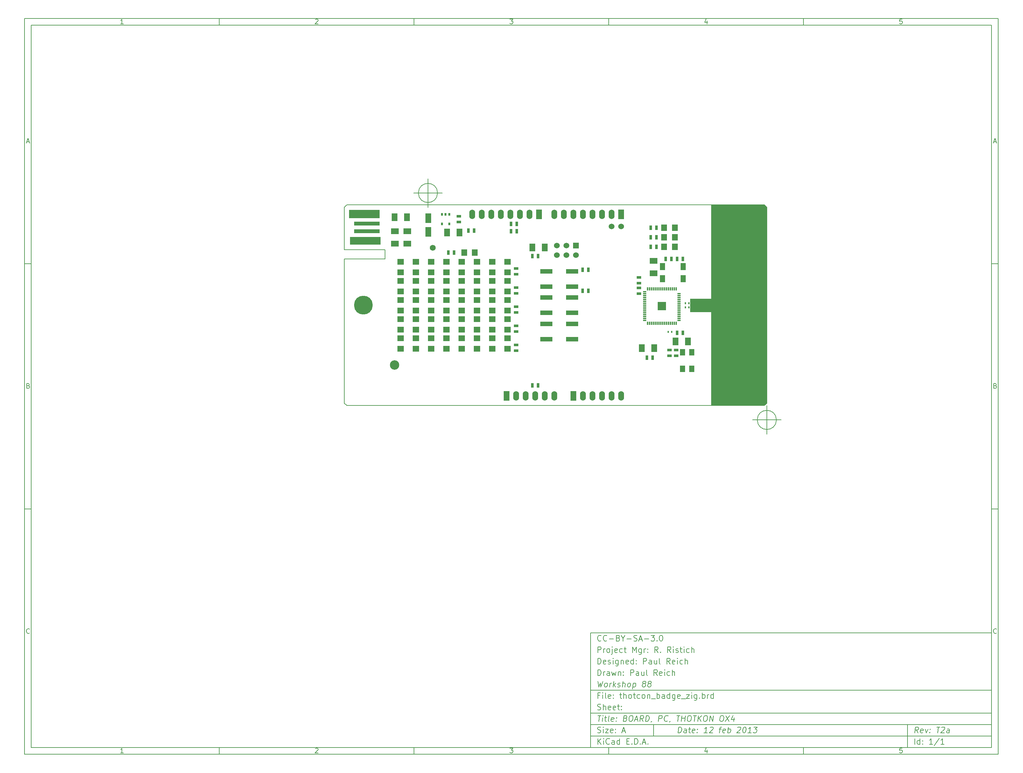
<source format=gts>
G04 (created by PCBNEW (2012-11-15 BZR 3804)-stable) date Tue 12 Feb 2013 01:01:19 CST*
%MOIN*%
G04 Gerber Fmt 3.4, Leading zero omitted, Abs format*
%FSLAX34Y34*%
G01*
G70*
G90*
G04 APERTURE LIST*
%ADD10C,0.006*%
%ADD11C,0.00590551*%
%ADD12R,0.063X0.1024*%
%ADD13R,0.0629X0.0709*%
%ADD14R,0.0157X0.0374*%
%ADD15R,0.0374X0.0157*%
%ADD16R,0.0157X0.036*%
%ADD17R,0.091X0.091*%
%ADD18C,0.1969*%
%ADD19C,0.06*%
%ADD20C,0.062*%
%ADD21R,0.06X0.1*%
%ADD22O,0.06X0.1*%
%ADD23R,0.13X0.05*%
%ADD24R,0.0551X0.0709*%
%ADD25R,0.052X0.075*%
%ADD26R,0.02X0.03*%
%ADD27R,0.06X0.08*%
%ADD28R,0.08X0.06*%
%ADD29R,0.045X0.025*%
%ADD30R,0.025X0.045*%
%ADD31R,0.0157X0.0236*%
%ADD32R,0.06X0.06*%
%ADD33R,0.0709X0.0629*%
%ADD34R,0.32X0.09*%
%ADD35R,0.27X0.04*%
%ADD36R,0.32X0.08*%
%ADD37C,0.0985*%
%ADD38C,0.002*%
G04 APERTURE END LIST*
G54D10*
X-38750Y36250D02*
X63250Y36250D01*
X63250Y-40750D01*
X-38750Y-40750D01*
X-38750Y36250D01*
X-38050Y35550D02*
X62550Y35550D01*
X62550Y-40050D01*
X-38050Y-40050D01*
X-38050Y35550D01*
X-18350Y36250D02*
X-18350Y35550D01*
X-28407Y35697D02*
X-28692Y35697D01*
X-28550Y35697D02*
X-28550Y36197D01*
X-28597Y36126D01*
X-28645Y36078D01*
X-28692Y36054D01*
X-18350Y-40750D02*
X-18350Y-40050D01*
X-28407Y-40602D02*
X-28692Y-40602D01*
X-28550Y-40602D02*
X-28550Y-40102D01*
X-28597Y-40173D01*
X-28645Y-40221D01*
X-28692Y-40245D01*
X2050Y36250D02*
X2050Y35550D01*
X-8292Y36150D02*
X-8269Y36173D01*
X-8221Y36197D01*
X-8102Y36197D01*
X-8054Y36173D01*
X-8030Y36150D01*
X-8007Y36102D01*
X-8007Y36054D01*
X-8030Y35983D01*
X-8316Y35697D01*
X-8007Y35697D01*
X2050Y-40750D02*
X2050Y-40050D01*
X-8292Y-40150D02*
X-8269Y-40126D01*
X-8221Y-40102D01*
X-8102Y-40102D01*
X-8054Y-40126D01*
X-8030Y-40150D01*
X-8007Y-40197D01*
X-8007Y-40245D01*
X-8030Y-40316D01*
X-8316Y-40602D01*
X-8007Y-40602D01*
X22450Y36250D02*
X22450Y35550D01*
X12083Y36197D02*
X12392Y36197D01*
X12226Y36007D01*
X12297Y36007D01*
X12345Y35983D01*
X12369Y35959D01*
X12392Y35911D01*
X12392Y35792D01*
X12369Y35745D01*
X12345Y35721D01*
X12297Y35697D01*
X12154Y35697D01*
X12107Y35721D01*
X12083Y35745D01*
X22450Y-40750D02*
X22450Y-40050D01*
X12083Y-40102D02*
X12392Y-40102D01*
X12226Y-40292D01*
X12297Y-40292D01*
X12345Y-40316D01*
X12369Y-40340D01*
X12392Y-40388D01*
X12392Y-40507D01*
X12369Y-40554D01*
X12345Y-40578D01*
X12297Y-40602D01*
X12154Y-40602D01*
X12107Y-40578D01*
X12083Y-40554D01*
X42850Y36250D02*
X42850Y35550D01*
X32745Y36030D02*
X32745Y35697D01*
X32626Y36221D02*
X32507Y35864D01*
X32816Y35864D01*
X42850Y-40750D02*
X42850Y-40050D01*
X32745Y-40269D02*
X32745Y-40602D01*
X32626Y-40078D02*
X32507Y-40435D01*
X32816Y-40435D01*
X53169Y36197D02*
X52930Y36197D01*
X52907Y35959D01*
X52930Y35983D01*
X52978Y36007D01*
X53097Y36007D01*
X53145Y35983D01*
X53169Y35959D01*
X53192Y35911D01*
X53192Y35792D01*
X53169Y35745D01*
X53145Y35721D01*
X53097Y35697D01*
X52978Y35697D01*
X52930Y35721D01*
X52907Y35745D01*
X53169Y-40102D02*
X52930Y-40102D01*
X52907Y-40340D01*
X52930Y-40316D01*
X52978Y-40292D01*
X53097Y-40292D01*
X53145Y-40316D01*
X53169Y-40340D01*
X53192Y-40388D01*
X53192Y-40507D01*
X53169Y-40554D01*
X53145Y-40578D01*
X53097Y-40602D01*
X52978Y-40602D01*
X52930Y-40578D01*
X52907Y-40554D01*
X-38750Y10590D02*
X-38050Y10590D01*
X-38519Y23360D02*
X-38280Y23360D01*
X-38566Y23217D02*
X-38399Y23717D01*
X-38233Y23217D01*
X63250Y10590D02*
X62550Y10590D01*
X62780Y23360D02*
X63019Y23360D01*
X62733Y23217D02*
X62900Y23717D01*
X63066Y23217D01*
X-38750Y-15070D02*
X-38050Y-15070D01*
X-38364Y-2180D02*
X-38292Y-2204D01*
X-38269Y-2228D01*
X-38245Y-2275D01*
X-38245Y-2347D01*
X-38269Y-2394D01*
X-38292Y-2418D01*
X-38340Y-2442D01*
X-38530Y-2442D01*
X-38530Y-1942D01*
X-38364Y-1942D01*
X-38316Y-1966D01*
X-38292Y-1990D01*
X-38269Y-2037D01*
X-38269Y-2085D01*
X-38292Y-2132D01*
X-38316Y-2156D01*
X-38364Y-2180D01*
X-38530Y-2180D01*
X63250Y-15070D02*
X62550Y-15070D01*
X62935Y-2180D02*
X63007Y-2204D01*
X63030Y-2228D01*
X63054Y-2275D01*
X63054Y-2347D01*
X63030Y-2394D01*
X63007Y-2418D01*
X62959Y-2442D01*
X62769Y-2442D01*
X62769Y-1942D01*
X62935Y-1942D01*
X62983Y-1966D01*
X63007Y-1990D01*
X63030Y-2037D01*
X63030Y-2085D01*
X63007Y-2132D01*
X62983Y-2156D01*
X62935Y-2180D01*
X62769Y-2180D01*
X-38245Y-28054D02*
X-38269Y-28078D01*
X-38340Y-28102D01*
X-38388Y-28102D01*
X-38459Y-28078D01*
X-38507Y-28030D01*
X-38530Y-27983D01*
X-38554Y-27888D01*
X-38554Y-27816D01*
X-38530Y-27721D01*
X-38507Y-27673D01*
X-38459Y-27626D01*
X-38388Y-27602D01*
X-38340Y-27602D01*
X-38269Y-27626D01*
X-38245Y-27650D01*
X63054Y-28054D02*
X63030Y-28078D01*
X62959Y-28102D01*
X62911Y-28102D01*
X62840Y-28078D01*
X62792Y-28030D01*
X62769Y-27983D01*
X62745Y-27888D01*
X62745Y-27816D01*
X62769Y-27721D01*
X62792Y-27673D01*
X62840Y-27626D01*
X62911Y-27602D01*
X62959Y-27602D01*
X63030Y-27626D01*
X63054Y-27650D01*
X29700Y-38492D02*
X29775Y-37892D01*
X29917Y-37892D01*
X30000Y-37921D01*
X30050Y-37978D01*
X30071Y-38035D01*
X30085Y-38150D01*
X30075Y-38235D01*
X30032Y-38350D01*
X29996Y-38407D01*
X29932Y-38464D01*
X29842Y-38492D01*
X29700Y-38492D01*
X30557Y-38492D02*
X30596Y-38178D01*
X30575Y-38121D01*
X30521Y-38092D01*
X30407Y-38092D01*
X30346Y-38121D01*
X30560Y-38464D02*
X30500Y-38492D01*
X30357Y-38492D01*
X30303Y-38464D01*
X30282Y-38407D01*
X30289Y-38350D01*
X30325Y-38292D01*
X30385Y-38264D01*
X30528Y-38264D01*
X30589Y-38235D01*
X30807Y-38092D02*
X31035Y-38092D01*
X30917Y-37892D02*
X30853Y-38407D01*
X30875Y-38464D01*
X30928Y-38492D01*
X30985Y-38492D01*
X31417Y-38464D02*
X31357Y-38492D01*
X31242Y-38492D01*
X31189Y-38464D01*
X31167Y-38407D01*
X31196Y-38178D01*
X31232Y-38121D01*
X31292Y-38092D01*
X31407Y-38092D01*
X31460Y-38121D01*
X31482Y-38178D01*
X31475Y-38235D01*
X31182Y-38292D01*
X31707Y-38435D02*
X31732Y-38464D01*
X31700Y-38492D01*
X31675Y-38464D01*
X31707Y-38435D01*
X31700Y-38492D01*
X31746Y-38121D02*
X31771Y-38150D01*
X31739Y-38178D01*
X31714Y-38150D01*
X31746Y-38121D01*
X31739Y-38178D01*
X32757Y-38492D02*
X32414Y-38492D01*
X32585Y-38492D02*
X32660Y-37892D01*
X32592Y-37978D01*
X32528Y-38035D01*
X32467Y-38064D01*
X33053Y-37950D02*
X33085Y-37921D01*
X33146Y-37892D01*
X33289Y-37892D01*
X33342Y-37921D01*
X33367Y-37950D01*
X33389Y-38007D01*
X33382Y-38064D01*
X33342Y-38150D01*
X32957Y-38492D01*
X33328Y-38492D01*
X34007Y-38092D02*
X34235Y-38092D01*
X34042Y-38492D02*
X34107Y-37978D01*
X34142Y-37921D01*
X34203Y-37892D01*
X34260Y-37892D01*
X34617Y-38464D02*
X34557Y-38492D01*
X34442Y-38492D01*
X34389Y-38464D01*
X34367Y-38407D01*
X34396Y-38178D01*
X34432Y-38121D01*
X34492Y-38092D01*
X34607Y-38092D01*
X34660Y-38121D01*
X34682Y-38178D01*
X34675Y-38235D01*
X34382Y-38292D01*
X34900Y-38492D02*
X34975Y-37892D01*
X34946Y-38121D02*
X35007Y-38092D01*
X35121Y-38092D01*
X35175Y-38121D01*
X35200Y-38150D01*
X35221Y-38207D01*
X35200Y-38378D01*
X35164Y-38435D01*
X35132Y-38464D01*
X35071Y-38492D01*
X34957Y-38492D01*
X34903Y-38464D01*
X35939Y-37950D02*
X35971Y-37921D01*
X36032Y-37892D01*
X36175Y-37892D01*
X36228Y-37921D01*
X36253Y-37950D01*
X36275Y-38007D01*
X36267Y-38064D01*
X36228Y-38150D01*
X35842Y-38492D01*
X36214Y-38492D01*
X36660Y-37892D02*
X36717Y-37892D01*
X36771Y-37921D01*
X36796Y-37950D01*
X36817Y-38007D01*
X36832Y-38121D01*
X36814Y-38264D01*
X36771Y-38378D01*
X36735Y-38435D01*
X36703Y-38464D01*
X36642Y-38492D01*
X36585Y-38492D01*
X36532Y-38464D01*
X36507Y-38435D01*
X36485Y-38378D01*
X36471Y-38264D01*
X36489Y-38121D01*
X36532Y-38007D01*
X36567Y-37950D01*
X36600Y-37921D01*
X36660Y-37892D01*
X37357Y-38492D02*
X37014Y-38492D01*
X37185Y-38492D02*
X37260Y-37892D01*
X37192Y-37978D01*
X37128Y-38035D01*
X37067Y-38064D01*
X37632Y-37892D02*
X38003Y-37892D01*
X37775Y-38121D01*
X37860Y-38121D01*
X37914Y-38150D01*
X37939Y-38178D01*
X37960Y-38235D01*
X37942Y-38378D01*
X37907Y-38435D01*
X37875Y-38464D01*
X37814Y-38492D01*
X37642Y-38492D01*
X37589Y-38464D01*
X37564Y-38435D01*
X21292Y-39692D02*
X21292Y-39092D01*
X21635Y-39692D02*
X21378Y-39350D01*
X21635Y-39092D02*
X21292Y-39435D01*
X21892Y-39692D02*
X21892Y-39292D01*
X21892Y-39092D02*
X21864Y-39121D01*
X21892Y-39150D01*
X21921Y-39121D01*
X21892Y-39092D01*
X21892Y-39150D01*
X22521Y-39635D02*
X22492Y-39664D01*
X22407Y-39692D01*
X22350Y-39692D01*
X22264Y-39664D01*
X22207Y-39607D01*
X22178Y-39550D01*
X22150Y-39435D01*
X22150Y-39350D01*
X22178Y-39235D01*
X22207Y-39178D01*
X22264Y-39121D01*
X22350Y-39092D01*
X22407Y-39092D01*
X22492Y-39121D01*
X22521Y-39150D01*
X23035Y-39692D02*
X23035Y-39378D01*
X23007Y-39321D01*
X22950Y-39292D01*
X22835Y-39292D01*
X22778Y-39321D01*
X23035Y-39664D02*
X22978Y-39692D01*
X22835Y-39692D01*
X22778Y-39664D01*
X22750Y-39607D01*
X22750Y-39550D01*
X22778Y-39492D01*
X22835Y-39464D01*
X22978Y-39464D01*
X23035Y-39435D01*
X23578Y-39692D02*
X23578Y-39092D01*
X23578Y-39664D02*
X23521Y-39692D01*
X23407Y-39692D01*
X23350Y-39664D01*
X23321Y-39635D01*
X23292Y-39578D01*
X23292Y-39407D01*
X23321Y-39350D01*
X23350Y-39321D01*
X23407Y-39292D01*
X23521Y-39292D01*
X23578Y-39321D01*
X24321Y-39378D02*
X24521Y-39378D01*
X24607Y-39692D02*
X24321Y-39692D01*
X24321Y-39092D01*
X24607Y-39092D01*
X24864Y-39635D02*
X24892Y-39664D01*
X24864Y-39692D01*
X24835Y-39664D01*
X24864Y-39635D01*
X24864Y-39692D01*
X25149Y-39692D02*
X25149Y-39092D01*
X25292Y-39092D01*
X25378Y-39121D01*
X25435Y-39178D01*
X25464Y-39235D01*
X25492Y-39350D01*
X25492Y-39435D01*
X25464Y-39550D01*
X25435Y-39607D01*
X25378Y-39664D01*
X25292Y-39692D01*
X25149Y-39692D01*
X25749Y-39635D02*
X25778Y-39664D01*
X25749Y-39692D01*
X25721Y-39664D01*
X25749Y-39635D01*
X25749Y-39692D01*
X26007Y-39521D02*
X26292Y-39521D01*
X25949Y-39692D02*
X26149Y-39092D01*
X26349Y-39692D01*
X26549Y-39635D02*
X26578Y-39664D01*
X26549Y-39692D01*
X26521Y-39664D01*
X26549Y-39635D01*
X26549Y-39692D01*
X54842Y-38492D02*
X54678Y-38207D01*
X54500Y-38492D02*
X54575Y-37892D01*
X54803Y-37892D01*
X54857Y-37921D01*
X54882Y-37950D01*
X54903Y-38007D01*
X54892Y-38092D01*
X54857Y-38150D01*
X54825Y-38178D01*
X54764Y-38207D01*
X54535Y-38207D01*
X55332Y-38464D02*
X55271Y-38492D01*
X55157Y-38492D01*
X55103Y-38464D01*
X55082Y-38407D01*
X55110Y-38178D01*
X55146Y-38121D01*
X55207Y-38092D01*
X55321Y-38092D01*
X55375Y-38121D01*
X55396Y-38178D01*
X55389Y-38235D01*
X55096Y-38292D01*
X55607Y-38092D02*
X55700Y-38492D01*
X55892Y-38092D01*
X56078Y-38435D02*
X56103Y-38464D01*
X56071Y-38492D01*
X56046Y-38464D01*
X56078Y-38435D01*
X56071Y-38492D01*
X56117Y-38121D02*
X56142Y-38150D01*
X56110Y-38178D01*
X56085Y-38150D01*
X56117Y-38121D01*
X56110Y-38178D01*
X56803Y-37892D02*
X57146Y-37892D01*
X56900Y-38492D02*
X56975Y-37892D01*
X57310Y-37950D02*
X57342Y-37921D01*
X57403Y-37892D01*
X57546Y-37892D01*
X57600Y-37921D01*
X57625Y-37950D01*
X57646Y-38007D01*
X57639Y-38064D01*
X57600Y-38150D01*
X57214Y-38492D01*
X57585Y-38492D01*
X58100Y-38492D02*
X58139Y-38178D01*
X58117Y-38121D01*
X58064Y-38092D01*
X57950Y-38092D01*
X57889Y-38121D01*
X58103Y-38464D02*
X58042Y-38492D01*
X57900Y-38492D01*
X57846Y-38464D01*
X57825Y-38407D01*
X57832Y-38350D01*
X57867Y-38292D01*
X57928Y-38264D01*
X58071Y-38264D01*
X58132Y-38235D01*
X21264Y-38464D02*
X21350Y-38492D01*
X21492Y-38492D01*
X21550Y-38464D01*
X21578Y-38435D01*
X21607Y-38378D01*
X21607Y-38321D01*
X21578Y-38264D01*
X21550Y-38235D01*
X21492Y-38207D01*
X21378Y-38178D01*
X21321Y-38150D01*
X21292Y-38121D01*
X21264Y-38064D01*
X21264Y-38007D01*
X21292Y-37950D01*
X21321Y-37921D01*
X21378Y-37892D01*
X21521Y-37892D01*
X21607Y-37921D01*
X21864Y-38492D02*
X21864Y-38092D01*
X21864Y-37892D02*
X21835Y-37921D01*
X21864Y-37950D01*
X21892Y-37921D01*
X21864Y-37892D01*
X21864Y-37950D01*
X22092Y-38092D02*
X22407Y-38092D01*
X22092Y-38492D01*
X22407Y-38492D01*
X22864Y-38464D02*
X22807Y-38492D01*
X22692Y-38492D01*
X22635Y-38464D01*
X22607Y-38407D01*
X22607Y-38178D01*
X22635Y-38121D01*
X22692Y-38092D01*
X22807Y-38092D01*
X22864Y-38121D01*
X22892Y-38178D01*
X22892Y-38235D01*
X22607Y-38292D01*
X23150Y-38435D02*
X23178Y-38464D01*
X23150Y-38492D01*
X23121Y-38464D01*
X23150Y-38435D01*
X23150Y-38492D01*
X23150Y-38121D02*
X23178Y-38150D01*
X23150Y-38178D01*
X23121Y-38150D01*
X23150Y-38121D01*
X23150Y-38178D01*
X23864Y-38321D02*
X24150Y-38321D01*
X23807Y-38492D02*
X24007Y-37892D01*
X24207Y-38492D01*
X54492Y-39692D02*
X54492Y-39092D01*
X55035Y-39692D02*
X55035Y-39092D01*
X55035Y-39664D02*
X54978Y-39692D01*
X54864Y-39692D01*
X54807Y-39664D01*
X54778Y-39635D01*
X54750Y-39578D01*
X54750Y-39407D01*
X54778Y-39350D01*
X54807Y-39321D01*
X54864Y-39292D01*
X54978Y-39292D01*
X55035Y-39321D01*
X55321Y-39635D02*
X55350Y-39664D01*
X55321Y-39692D01*
X55292Y-39664D01*
X55321Y-39635D01*
X55321Y-39692D01*
X55321Y-39321D02*
X55350Y-39350D01*
X55321Y-39378D01*
X55292Y-39350D01*
X55321Y-39321D01*
X55321Y-39378D01*
X56378Y-39692D02*
X56035Y-39692D01*
X56207Y-39692D02*
X56207Y-39092D01*
X56149Y-39178D01*
X56092Y-39235D01*
X56035Y-39264D01*
X57064Y-39064D02*
X56550Y-39835D01*
X57578Y-39692D02*
X57235Y-39692D01*
X57407Y-39692D02*
X57407Y-39092D01*
X57349Y-39178D01*
X57292Y-39235D01*
X57235Y-39264D01*
X21289Y-36692D02*
X21632Y-36692D01*
X21385Y-37292D02*
X21460Y-36692D01*
X21757Y-37292D02*
X21807Y-36892D01*
X21832Y-36692D02*
X21800Y-36721D01*
X21825Y-36750D01*
X21857Y-36721D01*
X21832Y-36692D01*
X21825Y-36750D01*
X22007Y-36892D02*
X22235Y-36892D01*
X22117Y-36692D02*
X22053Y-37207D01*
X22075Y-37264D01*
X22128Y-37292D01*
X22185Y-37292D01*
X22471Y-37292D02*
X22417Y-37264D01*
X22396Y-37207D01*
X22460Y-36692D01*
X22932Y-37264D02*
X22871Y-37292D01*
X22757Y-37292D01*
X22703Y-37264D01*
X22682Y-37207D01*
X22710Y-36978D01*
X22746Y-36921D01*
X22807Y-36892D01*
X22921Y-36892D01*
X22975Y-36921D01*
X22996Y-36978D01*
X22989Y-37035D01*
X22696Y-37092D01*
X23221Y-37235D02*
X23246Y-37264D01*
X23214Y-37292D01*
X23189Y-37264D01*
X23221Y-37235D01*
X23214Y-37292D01*
X23260Y-36921D02*
X23285Y-36950D01*
X23253Y-36978D01*
X23228Y-36950D01*
X23260Y-36921D01*
X23253Y-36978D01*
X24196Y-36978D02*
X24278Y-37007D01*
X24303Y-37035D01*
X24325Y-37092D01*
X24314Y-37178D01*
X24278Y-37235D01*
X24246Y-37264D01*
X24185Y-37292D01*
X23957Y-37292D01*
X24032Y-36692D01*
X24232Y-36692D01*
X24285Y-36721D01*
X24310Y-36750D01*
X24332Y-36807D01*
X24325Y-36864D01*
X24289Y-36921D01*
X24257Y-36950D01*
X24196Y-36978D01*
X23996Y-36978D01*
X24746Y-36692D02*
X24860Y-36692D01*
X24914Y-36721D01*
X24964Y-36778D01*
X24978Y-36892D01*
X24953Y-37092D01*
X24910Y-37207D01*
X24846Y-37264D01*
X24785Y-37292D01*
X24671Y-37292D01*
X24617Y-37264D01*
X24567Y-37207D01*
X24553Y-37092D01*
X24578Y-36892D01*
X24621Y-36778D01*
X24685Y-36721D01*
X24746Y-36692D01*
X25178Y-37121D02*
X25464Y-37121D01*
X25100Y-37292D02*
X25375Y-36692D01*
X25500Y-37292D01*
X26042Y-37292D02*
X25878Y-37007D01*
X25700Y-37292D02*
X25775Y-36692D01*
X26003Y-36692D01*
X26057Y-36721D01*
X26082Y-36750D01*
X26103Y-36807D01*
X26092Y-36892D01*
X26057Y-36950D01*
X26025Y-36978D01*
X25964Y-37007D01*
X25735Y-37007D01*
X26300Y-37292D02*
X26375Y-36692D01*
X26517Y-36692D01*
X26600Y-36721D01*
X26650Y-36778D01*
X26671Y-36835D01*
X26685Y-36950D01*
X26675Y-37035D01*
X26632Y-37150D01*
X26596Y-37207D01*
X26532Y-37264D01*
X26442Y-37292D01*
X26300Y-37292D01*
X26932Y-37264D02*
X26928Y-37292D01*
X26892Y-37350D01*
X26860Y-37378D01*
X27642Y-37292D02*
X27717Y-36692D01*
X27946Y-36692D01*
X27999Y-36721D01*
X28025Y-36750D01*
X28046Y-36807D01*
X28035Y-36892D01*
X28000Y-36950D01*
X27967Y-36978D01*
X27907Y-37007D01*
X27678Y-37007D01*
X28592Y-37235D02*
X28560Y-37264D01*
X28471Y-37292D01*
X28414Y-37292D01*
X28332Y-37264D01*
X28282Y-37207D01*
X28260Y-37150D01*
X28246Y-37035D01*
X28257Y-36950D01*
X28300Y-36835D01*
X28335Y-36778D01*
X28399Y-36721D01*
X28489Y-36692D01*
X28546Y-36692D01*
X28628Y-36721D01*
X28653Y-36750D01*
X28875Y-37264D02*
X28871Y-37292D01*
X28835Y-37350D01*
X28803Y-37378D01*
X29575Y-36692D02*
X29917Y-36692D01*
X29671Y-37292D02*
X29746Y-36692D01*
X30042Y-37292D02*
X30117Y-36692D01*
X30082Y-36978D02*
X30425Y-36978D01*
X30385Y-37292D02*
X30460Y-36692D01*
X30860Y-36692D02*
X30975Y-36692D01*
X31028Y-36721D01*
X31078Y-36778D01*
X31092Y-36892D01*
X31067Y-37092D01*
X31024Y-37207D01*
X30960Y-37264D01*
X30900Y-37292D01*
X30785Y-37292D01*
X30732Y-37264D01*
X30682Y-37207D01*
X30667Y-37092D01*
X30692Y-36892D01*
X30735Y-36778D01*
X30799Y-36721D01*
X30860Y-36692D01*
X31289Y-36692D02*
X31632Y-36692D01*
X31385Y-37292D02*
X31460Y-36692D01*
X31757Y-37292D02*
X31832Y-36692D01*
X32099Y-37292D02*
X31885Y-36950D01*
X32174Y-36692D02*
X31789Y-37035D01*
X32546Y-36692D02*
X32660Y-36692D01*
X32714Y-36721D01*
X32764Y-36778D01*
X32778Y-36892D01*
X32753Y-37092D01*
X32710Y-37207D01*
X32646Y-37264D01*
X32585Y-37292D01*
X32471Y-37292D01*
X32417Y-37264D01*
X32367Y-37207D01*
X32353Y-37092D01*
X32378Y-36892D01*
X32421Y-36778D01*
X32485Y-36721D01*
X32546Y-36692D01*
X32985Y-37292D02*
X33060Y-36692D01*
X33328Y-37292D01*
X33403Y-36692D01*
X34260Y-36692D02*
X34374Y-36692D01*
X34428Y-36721D01*
X34478Y-36778D01*
X34492Y-36892D01*
X34467Y-37092D01*
X34424Y-37207D01*
X34360Y-37264D01*
X34299Y-37292D01*
X34185Y-37292D01*
X34132Y-37264D01*
X34082Y-37207D01*
X34067Y-37092D01*
X34092Y-36892D01*
X34135Y-36778D01*
X34199Y-36721D01*
X34260Y-36692D01*
X34717Y-36692D02*
X35042Y-37292D01*
X35117Y-36692D02*
X34642Y-37292D01*
X35578Y-36892D02*
X35528Y-37292D01*
X35464Y-36664D02*
X35267Y-37092D01*
X35639Y-37092D01*
X21492Y-34578D02*
X21292Y-34578D01*
X21292Y-34892D02*
X21292Y-34292D01*
X21578Y-34292D01*
X21807Y-34892D02*
X21807Y-34492D01*
X21807Y-34292D02*
X21778Y-34321D01*
X21807Y-34350D01*
X21835Y-34321D01*
X21807Y-34292D01*
X21807Y-34350D01*
X22178Y-34892D02*
X22121Y-34864D01*
X22092Y-34807D01*
X22092Y-34292D01*
X22635Y-34864D02*
X22578Y-34892D01*
X22464Y-34892D01*
X22407Y-34864D01*
X22378Y-34807D01*
X22378Y-34578D01*
X22407Y-34521D01*
X22464Y-34492D01*
X22578Y-34492D01*
X22635Y-34521D01*
X22664Y-34578D01*
X22664Y-34635D01*
X22378Y-34692D01*
X22921Y-34835D02*
X22950Y-34864D01*
X22921Y-34892D01*
X22892Y-34864D01*
X22921Y-34835D01*
X22921Y-34892D01*
X22921Y-34521D02*
X22950Y-34550D01*
X22921Y-34578D01*
X22892Y-34550D01*
X22921Y-34521D01*
X22921Y-34578D01*
X23578Y-34492D02*
X23807Y-34492D01*
X23664Y-34292D02*
X23664Y-34807D01*
X23692Y-34864D01*
X23750Y-34892D01*
X23807Y-34892D01*
X24007Y-34892D02*
X24007Y-34292D01*
X24264Y-34892D02*
X24264Y-34578D01*
X24235Y-34521D01*
X24178Y-34492D01*
X24092Y-34492D01*
X24035Y-34521D01*
X24007Y-34550D01*
X24635Y-34892D02*
X24578Y-34864D01*
X24550Y-34835D01*
X24521Y-34778D01*
X24521Y-34607D01*
X24550Y-34550D01*
X24578Y-34521D01*
X24635Y-34492D01*
X24721Y-34492D01*
X24778Y-34521D01*
X24807Y-34550D01*
X24835Y-34607D01*
X24835Y-34778D01*
X24807Y-34835D01*
X24778Y-34864D01*
X24721Y-34892D01*
X24635Y-34892D01*
X25007Y-34492D02*
X25235Y-34492D01*
X25092Y-34292D02*
X25092Y-34807D01*
X25121Y-34864D01*
X25178Y-34892D01*
X25235Y-34892D01*
X25692Y-34864D02*
X25635Y-34892D01*
X25521Y-34892D01*
X25464Y-34864D01*
X25435Y-34835D01*
X25407Y-34778D01*
X25407Y-34607D01*
X25435Y-34550D01*
X25464Y-34521D01*
X25521Y-34492D01*
X25635Y-34492D01*
X25692Y-34521D01*
X26035Y-34892D02*
X25978Y-34864D01*
X25950Y-34835D01*
X25921Y-34778D01*
X25921Y-34607D01*
X25950Y-34550D01*
X25978Y-34521D01*
X26035Y-34492D01*
X26121Y-34492D01*
X26178Y-34521D01*
X26207Y-34550D01*
X26235Y-34607D01*
X26235Y-34778D01*
X26207Y-34835D01*
X26178Y-34864D01*
X26121Y-34892D01*
X26035Y-34892D01*
X26492Y-34492D02*
X26492Y-34892D01*
X26492Y-34550D02*
X26521Y-34521D01*
X26578Y-34492D01*
X26664Y-34492D01*
X26721Y-34521D01*
X26750Y-34578D01*
X26750Y-34892D01*
X26892Y-34950D02*
X27350Y-34950D01*
X27492Y-34892D02*
X27492Y-34292D01*
X27492Y-34521D02*
X27550Y-34492D01*
X27664Y-34492D01*
X27721Y-34521D01*
X27750Y-34550D01*
X27778Y-34607D01*
X27778Y-34778D01*
X27750Y-34835D01*
X27721Y-34864D01*
X27664Y-34892D01*
X27550Y-34892D01*
X27492Y-34864D01*
X28292Y-34892D02*
X28292Y-34578D01*
X28264Y-34521D01*
X28207Y-34492D01*
X28092Y-34492D01*
X28035Y-34521D01*
X28292Y-34864D02*
X28235Y-34892D01*
X28092Y-34892D01*
X28035Y-34864D01*
X28007Y-34807D01*
X28007Y-34750D01*
X28035Y-34692D01*
X28092Y-34664D01*
X28235Y-34664D01*
X28292Y-34635D01*
X28835Y-34892D02*
X28835Y-34292D01*
X28835Y-34864D02*
X28778Y-34892D01*
X28664Y-34892D01*
X28607Y-34864D01*
X28578Y-34835D01*
X28550Y-34778D01*
X28550Y-34607D01*
X28578Y-34550D01*
X28607Y-34521D01*
X28664Y-34492D01*
X28778Y-34492D01*
X28835Y-34521D01*
X29378Y-34492D02*
X29378Y-34978D01*
X29350Y-35035D01*
X29321Y-35064D01*
X29264Y-35092D01*
X29178Y-35092D01*
X29121Y-35064D01*
X29378Y-34864D02*
X29321Y-34892D01*
X29207Y-34892D01*
X29150Y-34864D01*
X29121Y-34835D01*
X29092Y-34778D01*
X29092Y-34607D01*
X29121Y-34550D01*
X29150Y-34521D01*
X29207Y-34492D01*
X29321Y-34492D01*
X29378Y-34521D01*
X29892Y-34864D02*
X29835Y-34892D01*
X29721Y-34892D01*
X29664Y-34864D01*
X29635Y-34807D01*
X29635Y-34578D01*
X29664Y-34521D01*
X29721Y-34492D01*
X29835Y-34492D01*
X29892Y-34521D01*
X29921Y-34578D01*
X29921Y-34635D01*
X29635Y-34692D01*
X30035Y-34950D02*
X30492Y-34950D01*
X30578Y-34492D02*
X30892Y-34492D01*
X30578Y-34892D01*
X30892Y-34892D01*
X31121Y-34892D02*
X31121Y-34492D01*
X31121Y-34292D02*
X31092Y-34321D01*
X31121Y-34350D01*
X31150Y-34321D01*
X31121Y-34292D01*
X31121Y-34350D01*
X31664Y-34492D02*
X31664Y-34978D01*
X31635Y-35035D01*
X31607Y-35064D01*
X31549Y-35092D01*
X31464Y-35092D01*
X31407Y-35064D01*
X31664Y-34864D02*
X31607Y-34892D01*
X31492Y-34892D01*
X31435Y-34864D01*
X31407Y-34835D01*
X31378Y-34778D01*
X31378Y-34607D01*
X31407Y-34550D01*
X31435Y-34521D01*
X31492Y-34492D01*
X31607Y-34492D01*
X31664Y-34521D01*
X31949Y-34835D02*
X31978Y-34864D01*
X31949Y-34892D01*
X31921Y-34864D01*
X31949Y-34835D01*
X31949Y-34892D01*
X32235Y-34892D02*
X32235Y-34292D01*
X32235Y-34521D02*
X32292Y-34492D01*
X32407Y-34492D01*
X32464Y-34521D01*
X32492Y-34550D01*
X32521Y-34607D01*
X32521Y-34778D01*
X32492Y-34835D01*
X32464Y-34864D01*
X32407Y-34892D01*
X32292Y-34892D01*
X32235Y-34864D01*
X32778Y-34892D02*
X32778Y-34492D01*
X32778Y-34607D02*
X32807Y-34550D01*
X32835Y-34521D01*
X32892Y-34492D01*
X32949Y-34492D01*
X33407Y-34892D02*
X33407Y-34292D01*
X33407Y-34864D02*
X33349Y-34892D01*
X33235Y-34892D01*
X33178Y-34864D01*
X33149Y-34835D01*
X33121Y-34778D01*
X33121Y-34607D01*
X33149Y-34550D01*
X33178Y-34521D01*
X33235Y-34492D01*
X33349Y-34492D01*
X33407Y-34521D01*
X21264Y-36064D02*
X21350Y-36092D01*
X21492Y-36092D01*
X21550Y-36064D01*
X21578Y-36035D01*
X21607Y-35978D01*
X21607Y-35921D01*
X21578Y-35864D01*
X21550Y-35835D01*
X21492Y-35807D01*
X21378Y-35778D01*
X21321Y-35750D01*
X21292Y-35721D01*
X21264Y-35664D01*
X21264Y-35607D01*
X21292Y-35550D01*
X21321Y-35521D01*
X21378Y-35492D01*
X21521Y-35492D01*
X21607Y-35521D01*
X21864Y-36092D02*
X21864Y-35492D01*
X22121Y-36092D02*
X22121Y-35778D01*
X22092Y-35721D01*
X22035Y-35692D01*
X21950Y-35692D01*
X21892Y-35721D01*
X21864Y-35750D01*
X22635Y-36064D02*
X22578Y-36092D01*
X22464Y-36092D01*
X22407Y-36064D01*
X22378Y-36007D01*
X22378Y-35778D01*
X22407Y-35721D01*
X22464Y-35692D01*
X22578Y-35692D01*
X22635Y-35721D01*
X22664Y-35778D01*
X22664Y-35835D01*
X22378Y-35892D01*
X23150Y-36064D02*
X23092Y-36092D01*
X22978Y-36092D01*
X22921Y-36064D01*
X22892Y-36007D01*
X22892Y-35778D01*
X22921Y-35721D01*
X22978Y-35692D01*
X23092Y-35692D01*
X23150Y-35721D01*
X23178Y-35778D01*
X23178Y-35835D01*
X22892Y-35892D01*
X23350Y-35692D02*
X23578Y-35692D01*
X23435Y-35492D02*
X23435Y-36007D01*
X23464Y-36064D01*
X23521Y-36092D01*
X23578Y-36092D01*
X23778Y-36035D02*
X23807Y-36064D01*
X23778Y-36092D01*
X23750Y-36064D01*
X23778Y-36035D01*
X23778Y-36092D01*
X23778Y-35721D02*
X23807Y-35750D01*
X23778Y-35778D01*
X23750Y-35750D01*
X23778Y-35721D01*
X23778Y-35778D01*
X21317Y-33092D02*
X21385Y-33692D01*
X21553Y-33264D01*
X21614Y-33692D01*
X21832Y-33092D01*
X22071Y-33692D02*
X22017Y-33664D01*
X21992Y-33635D01*
X21971Y-33578D01*
X21992Y-33407D01*
X22028Y-33350D01*
X22060Y-33321D01*
X22121Y-33292D01*
X22207Y-33292D01*
X22260Y-33321D01*
X22285Y-33350D01*
X22307Y-33407D01*
X22285Y-33578D01*
X22250Y-33635D01*
X22217Y-33664D01*
X22157Y-33692D01*
X22071Y-33692D01*
X22528Y-33692D02*
X22578Y-33292D01*
X22564Y-33407D02*
X22600Y-33350D01*
X22632Y-33321D01*
X22692Y-33292D01*
X22750Y-33292D01*
X22900Y-33692D02*
X22975Y-33092D01*
X22985Y-33464D02*
X23128Y-33692D01*
X23178Y-33292D02*
X22921Y-33521D01*
X23360Y-33664D02*
X23414Y-33692D01*
X23528Y-33692D01*
X23589Y-33664D01*
X23625Y-33607D01*
X23628Y-33578D01*
X23607Y-33521D01*
X23553Y-33492D01*
X23467Y-33492D01*
X23414Y-33464D01*
X23392Y-33407D01*
X23396Y-33378D01*
X23432Y-33321D01*
X23492Y-33292D01*
X23578Y-33292D01*
X23632Y-33321D01*
X23871Y-33692D02*
X23946Y-33092D01*
X24128Y-33692D02*
X24167Y-33378D01*
X24146Y-33321D01*
X24092Y-33292D01*
X24007Y-33292D01*
X23946Y-33321D01*
X23914Y-33350D01*
X24499Y-33692D02*
X24446Y-33664D01*
X24421Y-33635D01*
X24400Y-33578D01*
X24421Y-33407D01*
X24457Y-33350D01*
X24489Y-33321D01*
X24549Y-33292D01*
X24635Y-33292D01*
X24689Y-33321D01*
X24714Y-33350D01*
X24735Y-33407D01*
X24714Y-33578D01*
X24678Y-33635D01*
X24646Y-33664D01*
X24585Y-33692D01*
X24499Y-33692D01*
X25007Y-33292D02*
X24932Y-33892D01*
X25003Y-33321D02*
X25064Y-33292D01*
X25178Y-33292D01*
X25232Y-33321D01*
X25257Y-33350D01*
X25278Y-33407D01*
X25257Y-33578D01*
X25221Y-33635D01*
X25189Y-33664D01*
X25128Y-33692D01*
X25014Y-33692D01*
X24960Y-33664D01*
X26085Y-33350D02*
X26032Y-33321D01*
X26007Y-33292D01*
X25985Y-33235D01*
X25989Y-33207D01*
X26024Y-33150D01*
X26057Y-33121D01*
X26117Y-33092D01*
X26232Y-33092D01*
X26285Y-33121D01*
X26310Y-33150D01*
X26332Y-33207D01*
X26328Y-33235D01*
X26292Y-33292D01*
X26260Y-33321D01*
X26199Y-33350D01*
X26085Y-33350D01*
X26025Y-33378D01*
X25992Y-33407D01*
X25957Y-33464D01*
X25942Y-33578D01*
X25964Y-33635D01*
X25989Y-33664D01*
X26042Y-33692D01*
X26157Y-33692D01*
X26217Y-33664D01*
X26249Y-33635D01*
X26285Y-33578D01*
X26299Y-33464D01*
X26278Y-33407D01*
X26253Y-33378D01*
X26199Y-33350D01*
X26657Y-33350D02*
X26603Y-33321D01*
X26578Y-33292D01*
X26557Y-33235D01*
X26560Y-33207D01*
X26596Y-33150D01*
X26628Y-33121D01*
X26689Y-33092D01*
X26803Y-33092D01*
X26857Y-33121D01*
X26882Y-33150D01*
X26903Y-33207D01*
X26900Y-33235D01*
X26864Y-33292D01*
X26832Y-33321D01*
X26771Y-33350D01*
X26657Y-33350D01*
X26596Y-33378D01*
X26564Y-33407D01*
X26528Y-33464D01*
X26514Y-33578D01*
X26535Y-33635D01*
X26560Y-33664D01*
X26614Y-33692D01*
X26728Y-33692D01*
X26789Y-33664D01*
X26821Y-33635D01*
X26857Y-33578D01*
X26871Y-33464D01*
X26849Y-33407D01*
X26825Y-33378D01*
X26771Y-33350D01*
X21292Y-32492D02*
X21292Y-31892D01*
X21435Y-31892D01*
X21521Y-31921D01*
X21578Y-31978D01*
X21607Y-32035D01*
X21635Y-32150D01*
X21635Y-32235D01*
X21607Y-32350D01*
X21578Y-32407D01*
X21521Y-32464D01*
X21435Y-32492D01*
X21292Y-32492D01*
X21892Y-32492D02*
X21892Y-32092D01*
X21892Y-32207D02*
X21921Y-32150D01*
X21950Y-32121D01*
X22007Y-32092D01*
X22064Y-32092D01*
X22521Y-32492D02*
X22521Y-32178D01*
X22492Y-32121D01*
X22435Y-32092D01*
X22321Y-32092D01*
X22264Y-32121D01*
X22521Y-32464D02*
X22464Y-32492D01*
X22321Y-32492D01*
X22264Y-32464D01*
X22235Y-32407D01*
X22235Y-32350D01*
X22264Y-32292D01*
X22321Y-32264D01*
X22464Y-32264D01*
X22521Y-32235D01*
X22750Y-32092D02*
X22864Y-32492D01*
X22978Y-32207D01*
X23092Y-32492D01*
X23207Y-32092D01*
X23435Y-32092D02*
X23435Y-32492D01*
X23435Y-32150D02*
X23464Y-32121D01*
X23521Y-32092D01*
X23607Y-32092D01*
X23664Y-32121D01*
X23692Y-32178D01*
X23692Y-32492D01*
X23978Y-32435D02*
X24007Y-32464D01*
X23978Y-32492D01*
X23950Y-32464D01*
X23978Y-32435D01*
X23978Y-32492D01*
X23978Y-32121D02*
X24007Y-32150D01*
X23978Y-32178D01*
X23950Y-32150D01*
X23978Y-32121D01*
X23978Y-32178D01*
X24721Y-32492D02*
X24721Y-31892D01*
X24950Y-31892D01*
X25007Y-31921D01*
X25035Y-31950D01*
X25064Y-32007D01*
X25064Y-32092D01*
X25035Y-32150D01*
X25007Y-32178D01*
X24950Y-32207D01*
X24721Y-32207D01*
X25578Y-32492D02*
X25578Y-32178D01*
X25550Y-32121D01*
X25492Y-32092D01*
X25378Y-32092D01*
X25321Y-32121D01*
X25578Y-32464D02*
X25521Y-32492D01*
X25378Y-32492D01*
X25321Y-32464D01*
X25292Y-32407D01*
X25292Y-32350D01*
X25321Y-32292D01*
X25378Y-32264D01*
X25521Y-32264D01*
X25578Y-32235D01*
X26121Y-32092D02*
X26121Y-32492D01*
X25864Y-32092D02*
X25864Y-32407D01*
X25892Y-32464D01*
X25949Y-32492D01*
X26035Y-32492D01*
X26092Y-32464D01*
X26121Y-32435D01*
X26492Y-32492D02*
X26435Y-32464D01*
X26407Y-32407D01*
X26407Y-31892D01*
X27521Y-32492D02*
X27321Y-32207D01*
X27178Y-32492D02*
X27178Y-31892D01*
X27407Y-31892D01*
X27464Y-31921D01*
X27492Y-31950D01*
X27521Y-32007D01*
X27521Y-32092D01*
X27492Y-32150D01*
X27464Y-32178D01*
X27407Y-32207D01*
X27178Y-32207D01*
X28007Y-32464D02*
X27950Y-32492D01*
X27835Y-32492D01*
X27778Y-32464D01*
X27750Y-32407D01*
X27750Y-32178D01*
X27778Y-32121D01*
X27835Y-32092D01*
X27950Y-32092D01*
X28007Y-32121D01*
X28035Y-32178D01*
X28035Y-32235D01*
X27750Y-32292D01*
X28292Y-32492D02*
X28292Y-32092D01*
X28292Y-31892D02*
X28264Y-31921D01*
X28292Y-31950D01*
X28321Y-31921D01*
X28292Y-31892D01*
X28292Y-31950D01*
X28835Y-32464D02*
X28778Y-32492D01*
X28664Y-32492D01*
X28607Y-32464D01*
X28578Y-32435D01*
X28550Y-32378D01*
X28550Y-32207D01*
X28578Y-32150D01*
X28607Y-32121D01*
X28664Y-32092D01*
X28778Y-32092D01*
X28835Y-32121D01*
X29092Y-32492D02*
X29092Y-31892D01*
X29350Y-32492D02*
X29350Y-32178D01*
X29321Y-32121D01*
X29264Y-32092D01*
X29178Y-32092D01*
X29121Y-32121D01*
X29092Y-32150D01*
X21292Y-31292D02*
X21292Y-30692D01*
X21435Y-30692D01*
X21521Y-30721D01*
X21578Y-30778D01*
X21607Y-30835D01*
X21635Y-30950D01*
X21635Y-31035D01*
X21607Y-31150D01*
X21578Y-31207D01*
X21521Y-31264D01*
X21435Y-31292D01*
X21292Y-31292D01*
X22121Y-31264D02*
X22064Y-31292D01*
X21950Y-31292D01*
X21892Y-31264D01*
X21864Y-31207D01*
X21864Y-30978D01*
X21892Y-30921D01*
X21950Y-30892D01*
X22064Y-30892D01*
X22121Y-30921D01*
X22150Y-30978D01*
X22150Y-31035D01*
X21864Y-31092D01*
X22378Y-31264D02*
X22435Y-31292D01*
X22550Y-31292D01*
X22607Y-31264D01*
X22635Y-31207D01*
X22635Y-31178D01*
X22607Y-31121D01*
X22550Y-31092D01*
X22464Y-31092D01*
X22407Y-31064D01*
X22378Y-31007D01*
X22378Y-30978D01*
X22407Y-30921D01*
X22464Y-30892D01*
X22550Y-30892D01*
X22607Y-30921D01*
X22892Y-31292D02*
X22892Y-30892D01*
X22892Y-30692D02*
X22864Y-30721D01*
X22892Y-30750D01*
X22921Y-30721D01*
X22892Y-30692D01*
X22892Y-30750D01*
X23435Y-30892D02*
X23435Y-31378D01*
X23407Y-31435D01*
X23378Y-31464D01*
X23321Y-31492D01*
X23235Y-31492D01*
X23178Y-31464D01*
X23435Y-31264D02*
X23378Y-31292D01*
X23264Y-31292D01*
X23207Y-31264D01*
X23178Y-31235D01*
X23150Y-31178D01*
X23150Y-31007D01*
X23178Y-30950D01*
X23207Y-30921D01*
X23264Y-30892D01*
X23378Y-30892D01*
X23435Y-30921D01*
X23721Y-30892D02*
X23721Y-31292D01*
X23721Y-30950D02*
X23750Y-30921D01*
X23807Y-30892D01*
X23892Y-30892D01*
X23950Y-30921D01*
X23978Y-30978D01*
X23978Y-31292D01*
X24492Y-31264D02*
X24435Y-31292D01*
X24321Y-31292D01*
X24264Y-31264D01*
X24235Y-31207D01*
X24235Y-30978D01*
X24264Y-30921D01*
X24321Y-30892D01*
X24435Y-30892D01*
X24492Y-30921D01*
X24521Y-30978D01*
X24521Y-31035D01*
X24235Y-31092D01*
X25035Y-31292D02*
X25035Y-30692D01*
X25035Y-31264D02*
X24978Y-31292D01*
X24864Y-31292D01*
X24807Y-31264D01*
X24778Y-31235D01*
X24750Y-31178D01*
X24750Y-31007D01*
X24778Y-30950D01*
X24807Y-30921D01*
X24864Y-30892D01*
X24978Y-30892D01*
X25035Y-30921D01*
X25321Y-31235D02*
X25350Y-31264D01*
X25321Y-31292D01*
X25292Y-31264D01*
X25321Y-31235D01*
X25321Y-31292D01*
X25321Y-30921D02*
X25350Y-30950D01*
X25321Y-30978D01*
X25292Y-30950D01*
X25321Y-30921D01*
X25321Y-30978D01*
X26064Y-31292D02*
X26064Y-30692D01*
X26292Y-30692D01*
X26349Y-30721D01*
X26378Y-30750D01*
X26407Y-30807D01*
X26407Y-30892D01*
X26378Y-30950D01*
X26349Y-30978D01*
X26292Y-31007D01*
X26064Y-31007D01*
X26921Y-31292D02*
X26921Y-30978D01*
X26892Y-30921D01*
X26835Y-30892D01*
X26721Y-30892D01*
X26664Y-30921D01*
X26921Y-31264D02*
X26864Y-31292D01*
X26721Y-31292D01*
X26664Y-31264D01*
X26635Y-31207D01*
X26635Y-31150D01*
X26664Y-31092D01*
X26721Y-31064D01*
X26864Y-31064D01*
X26921Y-31035D01*
X27464Y-30892D02*
X27464Y-31292D01*
X27207Y-30892D02*
X27207Y-31207D01*
X27235Y-31264D01*
X27292Y-31292D01*
X27378Y-31292D01*
X27435Y-31264D01*
X27464Y-31235D01*
X27835Y-31292D02*
X27778Y-31264D01*
X27749Y-31207D01*
X27749Y-30692D01*
X28864Y-31292D02*
X28664Y-31007D01*
X28521Y-31292D02*
X28521Y-30692D01*
X28750Y-30692D01*
X28807Y-30721D01*
X28835Y-30750D01*
X28864Y-30807D01*
X28864Y-30892D01*
X28835Y-30950D01*
X28807Y-30978D01*
X28750Y-31007D01*
X28521Y-31007D01*
X29350Y-31264D02*
X29292Y-31292D01*
X29178Y-31292D01*
X29121Y-31264D01*
X29092Y-31207D01*
X29092Y-30978D01*
X29121Y-30921D01*
X29178Y-30892D01*
X29292Y-30892D01*
X29350Y-30921D01*
X29378Y-30978D01*
X29378Y-31035D01*
X29092Y-31092D01*
X29635Y-31292D02*
X29635Y-30892D01*
X29635Y-30692D02*
X29607Y-30721D01*
X29635Y-30750D01*
X29664Y-30721D01*
X29635Y-30692D01*
X29635Y-30750D01*
X30178Y-31264D02*
X30121Y-31292D01*
X30007Y-31292D01*
X29950Y-31264D01*
X29921Y-31235D01*
X29892Y-31178D01*
X29892Y-31007D01*
X29921Y-30950D01*
X29950Y-30921D01*
X30007Y-30892D01*
X30121Y-30892D01*
X30178Y-30921D01*
X30435Y-31292D02*
X30435Y-30692D01*
X30692Y-31292D02*
X30692Y-30978D01*
X30664Y-30921D01*
X30607Y-30892D01*
X30521Y-30892D01*
X30464Y-30921D01*
X30435Y-30950D01*
X21292Y-30092D02*
X21292Y-29492D01*
X21521Y-29492D01*
X21578Y-29521D01*
X21607Y-29550D01*
X21635Y-29607D01*
X21635Y-29692D01*
X21607Y-29750D01*
X21578Y-29778D01*
X21521Y-29807D01*
X21292Y-29807D01*
X21892Y-30092D02*
X21892Y-29692D01*
X21892Y-29807D02*
X21921Y-29750D01*
X21950Y-29721D01*
X22007Y-29692D01*
X22064Y-29692D01*
X22350Y-30092D02*
X22292Y-30064D01*
X22264Y-30035D01*
X22235Y-29978D01*
X22235Y-29807D01*
X22264Y-29750D01*
X22292Y-29721D01*
X22350Y-29692D01*
X22435Y-29692D01*
X22492Y-29721D01*
X22521Y-29750D01*
X22550Y-29807D01*
X22550Y-29978D01*
X22521Y-30035D01*
X22492Y-30064D01*
X22435Y-30092D01*
X22350Y-30092D01*
X22807Y-29692D02*
X22807Y-30207D01*
X22778Y-30264D01*
X22721Y-30292D01*
X22692Y-30292D01*
X22807Y-29492D02*
X22778Y-29521D01*
X22807Y-29550D01*
X22835Y-29521D01*
X22807Y-29492D01*
X22807Y-29550D01*
X23321Y-30064D02*
X23264Y-30092D01*
X23150Y-30092D01*
X23092Y-30064D01*
X23064Y-30007D01*
X23064Y-29778D01*
X23092Y-29721D01*
X23150Y-29692D01*
X23264Y-29692D01*
X23321Y-29721D01*
X23350Y-29778D01*
X23350Y-29835D01*
X23064Y-29892D01*
X23864Y-30064D02*
X23807Y-30092D01*
X23692Y-30092D01*
X23635Y-30064D01*
X23607Y-30035D01*
X23578Y-29978D01*
X23578Y-29807D01*
X23607Y-29750D01*
X23635Y-29721D01*
X23692Y-29692D01*
X23807Y-29692D01*
X23864Y-29721D01*
X24035Y-29692D02*
X24264Y-29692D01*
X24121Y-29492D02*
X24121Y-30007D01*
X24150Y-30064D01*
X24207Y-30092D01*
X24264Y-30092D01*
X24921Y-30092D02*
X24921Y-29492D01*
X25121Y-29921D01*
X25321Y-29492D01*
X25321Y-30092D01*
X25864Y-29692D02*
X25864Y-30178D01*
X25835Y-30235D01*
X25807Y-30264D01*
X25750Y-30292D01*
X25664Y-30292D01*
X25607Y-30264D01*
X25864Y-30064D02*
X25807Y-30092D01*
X25692Y-30092D01*
X25635Y-30064D01*
X25607Y-30035D01*
X25578Y-29978D01*
X25578Y-29807D01*
X25607Y-29750D01*
X25635Y-29721D01*
X25692Y-29692D01*
X25807Y-29692D01*
X25864Y-29721D01*
X26150Y-30092D02*
X26150Y-29692D01*
X26150Y-29807D02*
X26178Y-29750D01*
X26207Y-29721D01*
X26264Y-29692D01*
X26321Y-29692D01*
X26521Y-30035D02*
X26550Y-30064D01*
X26521Y-30092D01*
X26492Y-30064D01*
X26521Y-30035D01*
X26521Y-30092D01*
X26521Y-29721D02*
X26550Y-29750D01*
X26521Y-29778D01*
X26492Y-29750D01*
X26521Y-29721D01*
X26521Y-29778D01*
X27607Y-30092D02*
X27407Y-29807D01*
X27264Y-30092D02*
X27264Y-29492D01*
X27492Y-29492D01*
X27550Y-29521D01*
X27578Y-29550D01*
X27607Y-29607D01*
X27607Y-29692D01*
X27578Y-29750D01*
X27550Y-29778D01*
X27492Y-29807D01*
X27264Y-29807D01*
X27864Y-30035D02*
X27892Y-30064D01*
X27864Y-30092D01*
X27835Y-30064D01*
X27864Y-30035D01*
X27864Y-30092D01*
X28950Y-30092D02*
X28750Y-29807D01*
X28607Y-30092D02*
X28607Y-29492D01*
X28835Y-29492D01*
X28892Y-29521D01*
X28921Y-29550D01*
X28950Y-29607D01*
X28950Y-29692D01*
X28921Y-29750D01*
X28892Y-29778D01*
X28835Y-29807D01*
X28607Y-29807D01*
X29207Y-30092D02*
X29207Y-29692D01*
X29207Y-29492D02*
X29178Y-29521D01*
X29207Y-29550D01*
X29235Y-29521D01*
X29207Y-29492D01*
X29207Y-29550D01*
X29464Y-30064D02*
X29521Y-30092D01*
X29635Y-30092D01*
X29692Y-30064D01*
X29721Y-30007D01*
X29721Y-29978D01*
X29692Y-29921D01*
X29635Y-29892D01*
X29550Y-29892D01*
X29492Y-29864D01*
X29464Y-29807D01*
X29464Y-29778D01*
X29492Y-29721D01*
X29550Y-29692D01*
X29635Y-29692D01*
X29692Y-29721D01*
X29892Y-29692D02*
X30121Y-29692D01*
X29978Y-29492D02*
X29978Y-30007D01*
X30007Y-30064D01*
X30064Y-30092D01*
X30121Y-30092D01*
X30321Y-30092D02*
X30321Y-29692D01*
X30321Y-29492D02*
X30292Y-29521D01*
X30321Y-29550D01*
X30350Y-29521D01*
X30321Y-29492D01*
X30321Y-29550D01*
X30864Y-30064D02*
X30807Y-30092D01*
X30692Y-30092D01*
X30635Y-30064D01*
X30607Y-30035D01*
X30578Y-29978D01*
X30578Y-29807D01*
X30607Y-29750D01*
X30635Y-29721D01*
X30692Y-29692D01*
X30807Y-29692D01*
X30864Y-29721D01*
X31121Y-30092D02*
X31121Y-29492D01*
X31378Y-30092D02*
X31378Y-29778D01*
X31350Y-29721D01*
X31292Y-29692D01*
X31207Y-29692D01*
X31150Y-29721D01*
X31121Y-29750D01*
X21635Y-28835D02*
X21607Y-28864D01*
X21521Y-28892D01*
X21464Y-28892D01*
X21378Y-28864D01*
X21321Y-28807D01*
X21292Y-28750D01*
X21264Y-28635D01*
X21264Y-28550D01*
X21292Y-28435D01*
X21321Y-28378D01*
X21378Y-28321D01*
X21464Y-28292D01*
X21521Y-28292D01*
X21607Y-28321D01*
X21635Y-28350D01*
X22235Y-28835D02*
X22207Y-28864D01*
X22121Y-28892D01*
X22064Y-28892D01*
X21978Y-28864D01*
X21921Y-28807D01*
X21892Y-28750D01*
X21864Y-28635D01*
X21864Y-28550D01*
X21892Y-28435D01*
X21921Y-28378D01*
X21978Y-28321D01*
X22064Y-28292D01*
X22121Y-28292D01*
X22207Y-28321D01*
X22235Y-28350D01*
X22492Y-28664D02*
X22950Y-28664D01*
X23435Y-28578D02*
X23521Y-28607D01*
X23550Y-28635D01*
X23578Y-28692D01*
X23578Y-28778D01*
X23550Y-28835D01*
X23521Y-28864D01*
X23464Y-28892D01*
X23235Y-28892D01*
X23235Y-28292D01*
X23435Y-28292D01*
X23492Y-28321D01*
X23521Y-28350D01*
X23550Y-28407D01*
X23550Y-28464D01*
X23521Y-28521D01*
X23492Y-28550D01*
X23435Y-28578D01*
X23235Y-28578D01*
X23950Y-28607D02*
X23950Y-28892D01*
X23750Y-28292D02*
X23950Y-28607D01*
X24150Y-28292D01*
X24350Y-28664D02*
X24807Y-28664D01*
X25064Y-28864D02*
X25150Y-28892D01*
X25292Y-28892D01*
X25350Y-28864D01*
X25378Y-28835D01*
X25407Y-28778D01*
X25407Y-28721D01*
X25378Y-28664D01*
X25350Y-28635D01*
X25292Y-28607D01*
X25178Y-28578D01*
X25121Y-28550D01*
X25092Y-28521D01*
X25064Y-28464D01*
X25064Y-28407D01*
X25092Y-28350D01*
X25121Y-28321D01*
X25178Y-28292D01*
X25321Y-28292D01*
X25407Y-28321D01*
X25635Y-28721D02*
X25921Y-28721D01*
X25578Y-28892D02*
X25778Y-28292D01*
X25978Y-28892D01*
X26178Y-28664D02*
X26635Y-28664D01*
X26864Y-28292D02*
X27235Y-28292D01*
X27035Y-28521D01*
X27121Y-28521D01*
X27178Y-28550D01*
X27207Y-28578D01*
X27235Y-28635D01*
X27235Y-28778D01*
X27207Y-28835D01*
X27178Y-28864D01*
X27121Y-28892D01*
X26950Y-28892D01*
X26892Y-28864D01*
X26864Y-28835D01*
X27492Y-28835D02*
X27521Y-28864D01*
X27492Y-28892D01*
X27464Y-28864D01*
X27492Y-28835D01*
X27492Y-28892D01*
X27892Y-28292D02*
X27950Y-28292D01*
X28007Y-28321D01*
X28035Y-28350D01*
X28064Y-28407D01*
X28092Y-28521D01*
X28092Y-28664D01*
X28064Y-28778D01*
X28035Y-28835D01*
X28007Y-28864D01*
X27950Y-28892D01*
X27892Y-28892D01*
X27835Y-28864D01*
X27807Y-28835D01*
X27778Y-28778D01*
X27750Y-28664D01*
X27750Y-28521D01*
X27778Y-28407D01*
X27807Y-28350D01*
X27835Y-28321D01*
X27892Y-28292D01*
X20550Y-28050D02*
X20550Y-40050D01*
X20550Y-34050D02*
X62550Y-34050D01*
X20550Y-28050D02*
X62550Y-28050D01*
X20550Y-36450D02*
X62550Y-36450D01*
X53750Y-37650D02*
X53750Y-40050D01*
X20550Y-38850D02*
X62550Y-38850D01*
X20550Y-37650D02*
X62550Y-37650D01*
X27150Y-37650D02*
X27150Y-38850D01*
X4500Y18000D02*
G75*
G03X4500Y18000I-1000J0D01*
G74*
G01*
X2000Y18000D02*
X5000Y18000D01*
X3500Y19500D02*
X3500Y16500D01*
X40000Y-5750D02*
G75*
G03X40000Y-5750I-1000J0D01*
G74*
G01*
X37500Y-5750D02*
X40500Y-5750D01*
X39000Y-4250D02*
X39000Y-7250D01*
X39000Y16500D02*
X38750Y16750D01*
X38750Y-4250D02*
X39000Y-4000D01*
X-5000Y-4250D02*
X-5250Y-4000D01*
X-5250Y16500D02*
X-5000Y16750D01*
X-5250Y11100D02*
X-5250Y-4000D01*
X-5250Y16500D02*
X-5250Y12050D01*
X-1000Y11100D02*
X-5250Y11100D01*
X-1000Y12050D02*
X-1000Y11100D01*
X-5250Y12050D02*
X-1000Y12050D01*
G54D11*
X38750Y16750D02*
X-5000Y16750D01*
G54D10*
X39000Y-4000D02*
X39000Y16500D01*
G54D11*
X-5000Y-4250D02*
X38750Y-4250D01*
G54D12*
X3550Y15359D03*
X3550Y13941D03*
G54D13*
X28241Y12350D03*
X29359Y12350D03*
G54D14*
X28100Y4350D03*
X28300Y4350D03*
X28700Y4350D03*
X28500Y4350D03*
X29300Y4350D03*
X29500Y4350D03*
X29100Y4350D03*
X28900Y4350D03*
X27300Y4350D03*
X27500Y4350D03*
X27900Y4350D03*
X27700Y4350D03*
X26900Y4350D03*
X27100Y4350D03*
X26700Y4350D03*
G54D15*
X29800Y4650D03*
X29800Y4850D03*
X29800Y5250D03*
X29800Y5450D03*
X29800Y5650D03*
X29800Y5850D03*
X29800Y7250D03*
X29800Y7450D03*
G54D14*
X29500Y7950D03*
X29300Y7950D03*
X28900Y7950D03*
G54D15*
X29800Y5050D03*
G54D16*
X26900Y7964D03*
X26700Y7964D03*
G54D15*
X26200Y7050D03*
X26200Y6850D03*
X26200Y6650D03*
X26200Y6450D03*
X26200Y6250D03*
X26200Y6050D03*
X26200Y5850D03*
X29800Y6050D03*
X29800Y6250D03*
X29800Y6450D03*
X29800Y6650D03*
X29800Y6850D03*
G54D14*
X28700Y7950D03*
X28500Y7950D03*
X28300Y7950D03*
X28100Y7950D03*
G54D16*
X26500Y7964D03*
G54D15*
X26200Y7650D03*
X26200Y7450D03*
X26200Y7250D03*
X26200Y5650D03*
X26200Y5450D03*
X26200Y5250D03*
X26200Y5050D03*
X26200Y4850D03*
X26200Y4650D03*
G54D14*
X26500Y4350D03*
G54D17*
X28000Y6150D03*
G54D14*
X27900Y7950D03*
X27700Y7950D03*
X27500Y7950D03*
X27300Y7950D03*
X27100Y7950D03*
X29100Y7950D03*
G54D15*
X29800Y7050D03*
G54D18*
X-3250Y6250D03*
G54D19*
X23750Y14500D03*
X22750Y14500D03*
G54D20*
X4000Y12250D03*
G54D21*
X15150Y15750D03*
G54D22*
X14150Y15750D03*
X13150Y15750D03*
X12150Y15750D03*
X11150Y15750D03*
X10150Y15750D03*
X9150Y15750D03*
X8150Y15750D03*
G54D23*
X18600Y2700D03*
X15900Y4300D03*
X18600Y4300D03*
X15900Y2700D03*
X18600Y8200D03*
X15900Y9800D03*
X18600Y9800D03*
X15900Y8200D03*
X18600Y5450D03*
X15900Y7050D03*
X18600Y7050D03*
X15900Y5450D03*
G54D24*
X31122Y-416D03*
X31122Y1316D03*
X30178Y1316D03*
X30178Y-416D03*
G54D25*
X30230Y10280D03*
X28070Y10280D03*
X28070Y9020D03*
X30230Y9020D03*
G54D21*
X23750Y15750D03*
G54D22*
X22750Y15750D03*
X21750Y15750D03*
X20750Y15750D03*
X19750Y15750D03*
X18750Y15750D03*
X17750Y15750D03*
X16750Y15750D03*
G54D26*
X5725Y15750D03*
X4975Y15750D03*
X5725Y14750D03*
X5350Y15750D03*
X4975Y14750D03*
G54D27*
X15750Y12300D03*
X14450Y12300D03*
X0Y15450D03*
X1300Y15450D03*
X25900Y1750D03*
X27200Y1750D03*
G54D28*
X27150Y9600D03*
X27150Y10900D03*
G54D27*
X6800Y13850D03*
X5500Y13850D03*
G54D28*
X50Y14000D03*
X50Y12700D03*
X1350Y14000D03*
X1350Y12700D03*
G54D29*
X29500Y950D03*
X29500Y1550D03*
G54D30*
X29600Y3350D03*
X30200Y3350D03*
G54D29*
X6750Y14950D03*
X6750Y15550D03*
G54D30*
X28400Y11100D03*
X29000Y11100D03*
G54D29*
X28800Y950D03*
X28800Y1550D03*
G54D30*
X30200Y11100D03*
X29600Y11100D03*
G54D29*
X25600Y7450D03*
X25600Y8050D03*
G54D30*
X26850Y14350D03*
X27450Y14350D03*
X27050Y750D03*
X26450Y750D03*
X19700Y7750D03*
X20300Y7750D03*
X5650Y11750D03*
X6250Y11750D03*
G54D29*
X12750Y2100D03*
X12750Y1500D03*
G54D30*
X7750Y14050D03*
X8350Y14050D03*
X19700Y9950D03*
X20300Y9950D03*
X14450Y11400D03*
X15050Y11400D03*
G54D29*
X25600Y8550D03*
X25600Y9150D03*
X12750Y8100D03*
X12750Y7500D03*
G54D30*
X12800Y14750D03*
X12200Y14750D03*
X12800Y14000D03*
X12200Y14000D03*
G54D29*
X12750Y4100D03*
X12750Y3500D03*
G54D30*
X15050Y-2150D03*
X14450Y-2150D03*
G54D29*
X12750Y6100D03*
X12750Y5500D03*
G54D30*
X26850Y12350D03*
X27450Y12350D03*
X26850Y13350D03*
X27450Y13350D03*
G54D29*
X12750Y10100D03*
X12750Y9500D03*
G54D31*
X30473Y6475D03*
X30827Y6475D03*
X29027Y3450D03*
X28673Y3450D03*
X30473Y6025D03*
X30827Y6025D03*
G54D21*
X11750Y-3250D03*
G54D22*
X12750Y-3250D03*
X13750Y-3250D03*
X14750Y-3250D03*
X15750Y-3250D03*
X16750Y-3250D03*
G54D21*
X18750Y-3250D03*
G54D22*
X19750Y-3250D03*
X20750Y-3250D03*
X21750Y-3250D03*
X22750Y-3250D03*
X23750Y-3250D03*
G54D32*
X19000Y12500D03*
G54D19*
X19000Y11500D03*
X18000Y12500D03*
X18000Y11500D03*
X17000Y12500D03*
X17000Y11500D03*
G54D27*
X30750Y2450D03*
X29450Y2450D03*
G54D33*
X7050Y7691D03*
X7050Y8809D03*
X7050Y9691D03*
X7050Y10809D03*
X8650Y1691D03*
X8650Y2809D03*
X8650Y3691D03*
X8650Y4809D03*
X8650Y5691D03*
X8650Y6809D03*
X8650Y7691D03*
X8650Y8809D03*
X8650Y9691D03*
X8650Y10809D03*
X10250Y1691D03*
X10250Y2809D03*
X10250Y7691D03*
X10250Y8809D03*
X10250Y9691D03*
X10250Y10809D03*
X11850Y1691D03*
X11850Y2809D03*
X11850Y3691D03*
X11850Y4809D03*
X11850Y5691D03*
X11850Y6809D03*
X11850Y7691D03*
X11850Y8809D03*
X5450Y3691D03*
X5450Y4809D03*
X10250Y3691D03*
X10250Y4809D03*
X10250Y5691D03*
X10250Y6809D03*
X650Y1691D03*
X650Y2809D03*
X650Y3691D03*
X650Y4809D03*
X650Y5691D03*
X650Y6809D03*
X650Y7691D03*
X650Y8809D03*
X650Y9691D03*
X650Y10809D03*
X2250Y1691D03*
X2250Y2809D03*
X2250Y3691D03*
X2250Y4809D03*
X2250Y5691D03*
X2250Y6809D03*
X2250Y7691D03*
X2250Y8809D03*
X2250Y9691D03*
X2250Y10809D03*
X7050Y5691D03*
X7050Y6809D03*
X3850Y3691D03*
X3850Y4809D03*
X3850Y5691D03*
X3850Y6809D03*
X3850Y7691D03*
X3850Y8809D03*
X3850Y9691D03*
X3850Y10809D03*
X5450Y1691D03*
X5450Y2809D03*
X5450Y5691D03*
X5450Y6809D03*
X5450Y7691D03*
X5450Y8809D03*
X5450Y9691D03*
X5450Y10809D03*
X7050Y1691D03*
X7050Y2809D03*
X7050Y3691D03*
X7050Y4809D03*
X3850Y1691D03*
X3850Y2809D03*
G54D13*
X7291Y11750D03*
X8409Y11750D03*
G54D33*
X11850Y9691D03*
X11850Y10809D03*
G54D13*
X28241Y13350D03*
X29359Y13350D03*
X28241Y14350D03*
X29359Y14350D03*
G54D34*
X-3150Y15800D03*
G54D35*
X-2900Y14800D03*
X-2900Y14000D03*
G54D36*
X-3050Y13000D03*
G54D37*
X0Y0D03*
G54D10*
G36*
X38990Y-3995D02*
X38745Y-4240D01*
X33160Y-4240D01*
X33160Y5560D01*
X30960Y5560D01*
X30960Y6940D01*
X33160Y6940D01*
X33160Y16740D01*
X34500Y16740D01*
X35850Y16740D01*
X38745Y16740D01*
X38990Y16495D01*
X38990Y-3995D01*
X38990Y-3995D01*
G37*
G54D38*
X38990Y-3995D02*
X38745Y-4240D01*
X33160Y-4240D01*
X33160Y5560D01*
X30960Y5560D01*
X30960Y6940D01*
X33160Y6940D01*
X33160Y16740D01*
X34500Y16740D01*
X35850Y16740D01*
X38745Y16740D01*
X38990Y16495D01*
X38990Y-3995D01*
M02*

</source>
